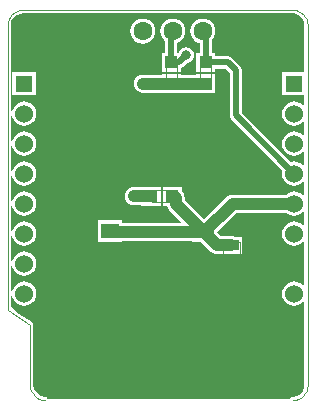
<source format=gtl>
G04*
G04 #@! TF.GenerationSoftware,Altium Limited,Altium Designer,18.1.9 (240)*
G04*
G04 Layer_Physical_Order=1*
G04 Layer_Color=255*
%FSLAX25Y25*%
%MOIN*%
G70*
G01*
G75*
%ADD11C,0.01000*%
%ADD16C,0.00100*%
%ADD17C,0.00394*%
%ADD18R,0.06299X0.05118*%
%ADD19R,0.04331X0.04331*%
%ADD20R,0.05315X0.03740*%
%ADD21R,0.04331X0.04331*%
%ADD30C,0.02400*%
%ADD33C,0.02000*%
%ADD34C,0.04000*%
%ADD35C,0.06000*%
%ADD36R,0.05810X0.05810*%
%ADD37R,0.06299X0.06299*%
%ADD38C,0.06299*%
%ADD39C,0.01600*%
%ADD40C,0.03150*%
G36*
X472874Y356429D02*
X473000Y356429D01*
D01*
X473491Y356369D01*
X474018Y356300D01*
X474967Y355907D01*
X475781Y355281D01*
X476407Y354467D01*
X476800Y353518D01*
X476932Y352513D01*
X476929Y352500D01*
Y336905D01*
X469595D01*
Y329095D01*
X476929D01*
Y325879D01*
X476456Y325718D01*
X476353Y325853D01*
X475517Y326494D01*
X474544Y326897D01*
X473500Y327034D01*
X472456Y326897D01*
X471483Y326494D01*
X470647Y325853D01*
X470006Y325017D01*
X469603Y324044D01*
X469465Y323000D01*
X469603Y321956D01*
X470006Y320983D01*
X470647Y320147D01*
X471483Y319506D01*
X472456Y319103D01*
X473500Y318966D01*
X474544Y319103D01*
X475517Y319506D01*
X476353Y320147D01*
X476456Y320282D01*
X476929Y320121D01*
Y315879D01*
X476456Y315718D01*
X476353Y315853D01*
X475517Y316494D01*
X474544Y316897D01*
X473500Y317035D01*
X472456Y316897D01*
X471483Y316494D01*
X470647Y315853D01*
X470006Y315017D01*
X469603Y314044D01*
X469465Y313000D01*
X469603Y311956D01*
X470006Y310983D01*
X470647Y310147D01*
X471483Y309506D01*
X472456Y309103D01*
X473500Y308965D01*
X474544Y309103D01*
X475517Y309506D01*
X476353Y310147D01*
X476456Y310282D01*
X476929Y310121D01*
Y305879D01*
X476456Y305718D01*
X476353Y305853D01*
X475517Y306494D01*
X474544Y306897D01*
X473500Y307034D01*
X472483Y306901D01*
X456039Y323345D01*
Y337500D01*
X455884Y338280D01*
X455442Y338942D01*
X452899Y341485D01*
X452237Y341927D01*
X451457Y342083D01*
X447165D01*
Y343209D01*
X446039D01*
Y347644D01*
X446625Y348407D01*
X447043Y349417D01*
X447185Y350500D01*
X447043Y351583D01*
X446625Y352593D01*
X445960Y353460D01*
X445093Y354125D01*
X444083Y354543D01*
X443000Y354685D01*
X441917Y354543D01*
X440907Y354125D01*
X440040Y353460D01*
X439375Y352593D01*
X438957Y351583D01*
X438815Y350500D01*
X438957Y349417D01*
X439375Y348407D01*
X440040Y347540D01*
X440907Y346875D01*
X441917Y346457D01*
X441961Y346451D01*
Y343209D01*
X440835D01*
Y336878D01*
X447165D01*
Y338004D01*
X450612D01*
X451961Y336655D01*
Y322500D01*
X452116Y321720D01*
X452558Y321058D01*
X469599Y304017D01*
X469465Y303000D01*
X469603Y301956D01*
X470006Y300983D01*
X470647Y300147D01*
X471483Y299506D01*
X472456Y299103D01*
X473500Y298966D01*
X474544Y299103D01*
X475517Y299506D01*
X476353Y300147D01*
X476456Y300282D01*
X476929Y300121D01*
Y295879D01*
X476456Y295718D01*
X476353Y295853D01*
X475517Y296494D01*
X474544Y296897D01*
X473500Y297035D01*
X472456Y296897D01*
X471483Y296494D01*
X470873Y296026D01*
X453000D01*
X452217Y295923D01*
X451487Y295620D01*
X450860Y295140D01*
X443500Y287779D01*
X437026Y294253D01*
Y295000D01*
X436923Y295783D01*
X436621Y296513D01*
X436140Y297140D01*
X436084Y297195D01*
Y298665D01*
X429753D01*
Y292335D01*
X431062D01*
X431077Y292217D01*
X431380Y291487D01*
X431860Y290860D01*
X435733Y286988D01*
X435542Y286526D01*
X416276D01*
Y287417D01*
X407976D01*
Y280299D01*
X416276D01*
Y280474D01*
X439472D01*
Y280299D01*
X442421D01*
X445711Y277010D01*
X445711Y277010D01*
X446337Y276529D01*
X447067Y276227D01*
X447850Y276124D01*
X452500D01*
X453283Y276227D01*
X453410Y276279D01*
X456157D01*
Y282020D01*
X453410D01*
X453283Y282072D01*
X452500Y282175D01*
X449104D01*
X447779Y283500D01*
X454253Y289974D01*
X470873D01*
X471483Y289506D01*
X472456Y289103D01*
X473500Y288966D01*
X474544Y289103D01*
X475517Y289506D01*
X476353Y290147D01*
X476456Y290282D01*
X476929Y290121D01*
Y285879D01*
X476456Y285718D01*
X476353Y285853D01*
X475517Y286494D01*
X474544Y286897D01*
X473500Y287035D01*
X472456Y286897D01*
X471483Y286494D01*
X470647Y285853D01*
X470006Y285017D01*
X469603Y284044D01*
X469465Y283000D01*
X469603Y281956D01*
X470006Y280983D01*
X470647Y280147D01*
X471483Y279506D01*
X472456Y279103D01*
X473500Y278965D01*
X474544Y279103D01*
X475517Y279506D01*
X476353Y280147D01*
X476456Y280282D01*
X476929Y280121D01*
Y265879D01*
X476456Y265718D01*
X476353Y265853D01*
X475517Y266494D01*
X474544Y266897D01*
X473500Y267035D01*
X472456Y266897D01*
X471483Y266494D01*
X470647Y265853D01*
X470006Y265017D01*
X469603Y264044D01*
X469465Y263000D01*
X469603Y261956D01*
X470006Y260983D01*
X470647Y260147D01*
X471483Y259506D01*
X472456Y259103D01*
X473500Y258965D01*
X474544Y259103D01*
X475517Y259506D01*
X476353Y260147D01*
X476456Y260282D01*
X476929Y260121D01*
Y232500D01*
X476932Y232487D01*
X476800Y231482D01*
X476407Y230533D01*
X475781Y229718D01*
X474967Y229093D01*
X474018Y228700D01*
X473476Y228629D01*
X473000Y228571D01*
X472590Y228489D01*
X472546Y228460D01*
X472243Y228257D01*
X472071Y228000D01*
X391429D01*
X391257Y228257D01*
X390955Y228459D01*
X390910Y228489D01*
X390500Y228571D01*
X390024Y228629D01*
X389482Y228700D01*
X389171Y228829D01*
X386829Y231171D01*
X386700Y231482D01*
X386568Y232487D01*
X386571Y232500D01*
Y252500D01*
X386550Y252604D01*
X386550Y252710D01*
X386509Y252807D01*
X386489Y252910D01*
X386430Y252998D01*
X386389Y253096D01*
X386315Y253170D01*
X386257Y253257D01*
X386169Y253316D01*
X386094Y253391D01*
X381640Y256360D01*
X379071Y258929D01*
Y262169D01*
X379571Y262202D01*
X379603Y261956D01*
X380006Y260983D01*
X380647Y260147D01*
X381483Y259506D01*
X382456Y259103D01*
X383500Y258965D01*
X384544Y259103D01*
X385517Y259506D01*
X386353Y260147D01*
X386994Y260983D01*
X387397Y261956D01*
X387534Y263000D01*
X387397Y264044D01*
X386994Y265017D01*
X386353Y265853D01*
X385517Y266494D01*
X384544Y266897D01*
X383500Y267035D01*
X382456Y266897D01*
X381483Y266494D01*
X380647Y265853D01*
X380006Y265017D01*
X379603Y264044D01*
X379571Y263798D01*
X379071Y263831D01*
Y272169D01*
X379571Y272202D01*
X379603Y271956D01*
X380006Y270983D01*
X380647Y270147D01*
X381483Y269506D01*
X382456Y269103D01*
X383500Y268966D01*
X384544Y269103D01*
X385517Y269506D01*
X386353Y270147D01*
X386994Y270983D01*
X387397Y271956D01*
X387534Y273000D01*
X387397Y274044D01*
X386994Y275017D01*
X386353Y275853D01*
X385517Y276494D01*
X384544Y276897D01*
X383500Y277034D01*
X382456Y276897D01*
X381483Y276494D01*
X380647Y275853D01*
X380006Y275017D01*
X379603Y274044D01*
X379571Y273798D01*
X379071Y273831D01*
Y282169D01*
X379571Y282202D01*
X379603Y281956D01*
X380006Y280983D01*
X380647Y280147D01*
X381483Y279506D01*
X382456Y279103D01*
X383500Y278965D01*
X384544Y279103D01*
X385517Y279506D01*
X386353Y280147D01*
X386994Y280983D01*
X387397Y281956D01*
X387534Y283000D01*
X387397Y284044D01*
X386994Y285017D01*
X386353Y285853D01*
X385517Y286494D01*
X384544Y286897D01*
X383500Y287035D01*
X382456Y286897D01*
X381483Y286494D01*
X380647Y285853D01*
X380006Y285017D01*
X379603Y284044D01*
X379571Y283798D01*
X379071Y283831D01*
Y292169D01*
X379571Y292202D01*
X379603Y291956D01*
X380006Y290983D01*
X380647Y290147D01*
X381483Y289506D01*
X382456Y289103D01*
X383500Y288966D01*
X384544Y289103D01*
X385517Y289506D01*
X386353Y290147D01*
X386994Y290983D01*
X387397Y291956D01*
X387534Y293000D01*
X387397Y294044D01*
X386994Y295017D01*
X386353Y295853D01*
X385517Y296494D01*
X384544Y296897D01*
X383500Y297035D01*
X382456Y296897D01*
X381483Y296494D01*
X380647Y295853D01*
X380006Y295017D01*
X379603Y294044D01*
X379571Y293798D01*
X379071Y293831D01*
Y302169D01*
X379571Y302202D01*
X379603Y301956D01*
X380006Y300983D01*
X380647Y300147D01*
X381483Y299506D01*
X382456Y299103D01*
X383500Y298966D01*
X384544Y299103D01*
X385517Y299506D01*
X386353Y300147D01*
X386994Y300983D01*
X387397Y301956D01*
X387534Y303000D01*
X387397Y304044D01*
X386994Y305017D01*
X386353Y305853D01*
X385517Y306494D01*
X384544Y306897D01*
X383500Y307034D01*
X382456Y306897D01*
X381483Y306494D01*
X380647Y305853D01*
X380006Y305017D01*
X379603Y304044D01*
X379571Y303798D01*
X379071Y303831D01*
Y312169D01*
X379571Y312202D01*
X379603Y311956D01*
X380006Y310983D01*
X380647Y310147D01*
X381483Y309506D01*
X382456Y309103D01*
X383500Y308965D01*
X384544Y309103D01*
X385517Y309506D01*
X386353Y310147D01*
X386994Y310983D01*
X387397Y311956D01*
X387534Y313000D01*
X387397Y314044D01*
X386994Y315017D01*
X386353Y315853D01*
X385517Y316494D01*
X384544Y316897D01*
X383500Y317035D01*
X382456Y316897D01*
X381483Y316494D01*
X380647Y315853D01*
X380006Y315017D01*
X379603Y314044D01*
X379571Y313798D01*
X379071Y313831D01*
Y322169D01*
X379571Y322202D01*
X379603Y321956D01*
X380006Y320983D01*
X380647Y320147D01*
X381483Y319506D01*
X382456Y319103D01*
X383500Y318966D01*
X384544Y319103D01*
X385517Y319506D01*
X386353Y320147D01*
X386994Y320983D01*
X387397Y321956D01*
X387534Y323000D01*
X387397Y324044D01*
X386994Y325017D01*
X386353Y325853D01*
X385517Y326494D01*
X384544Y326897D01*
X383500Y327034D01*
X382456Y326897D01*
X381483Y326494D01*
X380647Y325853D01*
X380006Y325017D01*
X379603Y324044D01*
X379571Y323798D01*
X379071Y323831D01*
Y352500D01*
X379068Y352513D01*
X379200Y353518D01*
X379593Y354467D01*
X380219Y355281D01*
X381033Y355907D01*
X381982Y356300D01*
X382968Y356429D01*
X472874D01*
D02*
G37*
%LPC*%
G36*
X423000Y354685D02*
X421917Y354543D01*
X420907Y354125D01*
X420041Y353460D01*
X419375Y352593D01*
X418957Y351583D01*
X418815Y350500D01*
X418957Y349417D01*
X419375Y348407D01*
X420041Y347540D01*
X420907Y346875D01*
X421917Y346457D01*
X423000Y346315D01*
X424083Y346457D01*
X425093Y346875D01*
X425959Y347540D01*
X426625Y348407D01*
X427043Y349417D01*
X427185Y350500D01*
X427043Y351583D01*
X426625Y352593D01*
X425959Y353460D01*
X425093Y354125D01*
X424083Y354543D01*
X423000Y354685D01*
D02*
G37*
G36*
X433000D02*
X431917Y354543D01*
X430907Y354125D01*
X430041Y353460D01*
X429375Y352593D01*
X428957Y351583D01*
X428815Y350500D01*
X428957Y349417D01*
X429375Y348407D01*
X430041Y347540D01*
X430461Y347218D01*
Y343252D01*
X429335D01*
Y336921D01*
X435665D01*
Y338163D01*
X435867Y338203D01*
X436528Y338645D01*
X437830Y339947D01*
X438172Y339991D01*
X438799Y340251D01*
X439336Y340664D01*
X439749Y341201D01*
X440008Y341828D01*
X440097Y342500D01*
X440008Y343172D01*
X439749Y343798D01*
X439336Y344336D01*
X438799Y344749D01*
X438172Y345008D01*
X437500Y345097D01*
X436828Y345008D01*
X436201Y344749D01*
X435664Y344336D01*
X435251Y343798D01*
X435024Y343252D01*
X434539D01*
Y346646D01*
X435093Y346875D01*
X435959Y347540D01*
X436625Y348407D01*
X437043Y349417D01*
X437185Y350500D01*
X437043Y351583D01*
X436625Y352593D01*
X435959Y353460D01*
X435093Y354125D01*
X434083Y354543D01*
X433000Y354685D01*
D02*
G37*
G36*
X435665Y336165D02*
X429335D01*
Y336026D01*
X423000D01*
X422217Y335923D01*
X421487Y335620D01*
X420860Y335140D01*
X420379Y334513D01*
X420077Y333783D01*
X419974Y333000D01*
X420077Y332217D01*
X420379Y331487D01*
X420860Y330860D01*
X421487Y330380D01*
X422217Y330077D01*
X423000Y329974D01*
X429335D01*
Y329835D01*
X435665D01*
Y329931D01*
X440835D01*
Y329791D01*
X447165D01*
Y336122D01*
X440835D01*
Y335983D01*
X435665D01*
Y336165D01*
D02*
G37*
G36*
X387405Y336905D02*
X379595D01*
Y329095D01*
X387405D01*
Y336905D01*
D02*
G37*
G36*
X428997Y298665D02*
X422667D01*
Y298526D01*
X422500D01*
X422500Y298526D01*
X420077D01*
X419294Y298423D01*
X418564Y298120D01*
X417938Y297640D01*
X417457Y297013D01*
X417154Y296283D01*
X417051Y295500D01*
X417154Y294717D01*
X417457Y293987D01*
X417938Y293360D01*
X418564Y292880D01*
X419294Y292577D01*
X420077Y292474D01*
X422500D01*
X422667Y292335D01*
Y292335D01*
X428997D01*
Y298665D01*
D02*
G37*
%LPD*%
D11*
X471000Y313000D02*
X473500D01*
D16*
X383000Y357500D02*
X382025Y357404D01*
X381087Y357119D01*
X380222Y356657D01*
X379465Y356035D01*
X378843Y355278D01*
X378381Y354413D01*
X378096Y353475D01*
X378000Y352500D01*
X478000D02*
X477904Y353475D01*
X477619Y354413D01*
X477157Y355278D01*
X476536Y356035D01*
X475778Y356657D01*
X474913Y357119D01*
X473976Y357404D01*
X473000Y357500D01*
Y227500D02*
X473976Y227596D01*
X474913Y227881D01*
X475778Y228343D01*
X476536Y228964D01*
X477157Y229722D01*
X477619Y230587D01*
X477904Y231524D01*
X478000Y232500D01*
X385500D02*
X385596Y231524D01*
X385881Y230587D01*
X386343Y229722D01*
X386965Y228964D01*
X387722Y228343D01*
X388587Y227881D01*
X389525Y227596D01*
X390500Y227500D01*
X478000Y232500D02*
Y352500D01*
X378000Y257500D02*
Y352500D01*
X382874Y357500D02*
X472874D01*
X378000Y257500D02*
X385500Y252500D01*
Y232500D02*
Y252500D01*
D17*
X426029Y293630D02*
X432722D01*
X426029Y297370D02*
X432722D01*
Y293630D02*
Y297370D01*
X426029Y293630D02*
Y297370D01*
X449646Y280331D02*
X455354D01*
X449646Y271669D02*
X455354D01*
Y280331D01*
X449646Y271669D02*
Y280331D01*
X445870Y333154D02*
Y339846D01*
X442130Y333154D02*
Y339846D01*
X445870D01*
X442130Y333154D02*
X445870D01*
X434370Y333197D02*
Y339890D01*
X430630Y333197D02*
Y339890D01*
X434370D01*
X430630Y333197D02*
X434370D01*
D18*
X412126Y266142D02*
D03*
Y283858D02*
D03*
X443622Y266142D02*
D03*
Y283858D02*
D03*
D19*
X432919Y295500D02*
D03*
X425832D02*
D03*
D20*
X452500Y279150D02*
D03*
Y272850D02*
D03*
D21*
X444000Y340043D02*
D03*
Y332957D02*
D03*
X432500Y340087D02*
D03*
Y333000D02*
D03*
D30*
X420500Y295500D02*
D03*
X423000Y333000D02*
D03*
D33*
X432500Y340087D02*
X435087D01*
X454000Y322500D02*
X473500Y303000D01*
X444000Y340043D02*
X451457D01*
X454000Y337500D01*
Y322500D02*
Y337500D01*
X435087Y340087D02*
X437500Y342500D01*
X443000Y350500D02*
X444000Y349500D01*
Y340043D02*
Y349500D01*
X432500Y350000D02*
X433000Y350500D01*
X432500Y340087D02*
Y350000D01*
D34*
X420500Y295500D02*
X422500D01*
X420077D02*
X420500D01*
X422500D02*
X422500Y295500D01*
X425832D01*
X443500Y283500D02*
X453000Y293000D01*
X434000D02*
X443500Y283500D01*
X411858D02*
X443500D01*
X433500Y295500D02*
X434000Y295000D01*
Y293000D02*
Y295000D01*
X423000Y333000D02*
X432500D01*
X443500Y283500D02*
X447850Y279150D01*
X452500D01*
X453000Y293000D02*
X473500D01*
X432500Y333000D02*
X432543Y332957D01*
X444000D01*
D35*
X383500Y263000D02*
D03*
Y273000D02*
D03*
Y283000D02*
D03*
Y293000D02*
D03*
Y303000D02*
D03*
Y313000D02*
D03*
Y323000D02*
D03*
X473500Y263000D02*
D03*
Y273000D02*
D03*
Y283000D02*
D03*
Y293000D02*
D03*
Y303000D02*
D03*
Y313000D02*
D03*
Y323000D02*
D03*
D36*
X383500Y333000D02*
D03*
X473500D02*
D03*
D37*
X413000Y350500D02*
D03*
D38*
X423000D02*
D03*
X433000D02*
D03*
X443000D02*
D03*
D39*
X475000Y255000D02*
D03*
Y235000D02*
D03*
X465000Y355000D02*
D03*
X470000Y345000D02*
D03*
X465000Y335000D02*
D03*
Y275000D02*
D03*
Y255000D02*
D03*
X470000Y245000D02*
D03*
X465000Y235000D02*
D03*
X455000Y355000D02*
D03*
X460000Y345000D02*
D03*
X455000Y315000D02*
D03*
X460000Y305000D02*
D03*
Y285000D02*
D03*
Y265000D02*
D03*
X455000Y255000D02*
D03*
Y235000D02*
D03*
X450000Y345000D02*
D03*
Y325000D02*
D03*
X445000Y315000D02*
D03*
X450000Y305000D02*
D03*
X445000Y295000D02*
D03*
Y275000D02*
D03*
X450000Y265000D02*
D03*
X445000Y255000D02*
D03*
Y235000D02*
D03*
X440000Y325000D02*
D03*
X435000Y315000D02*
D03*
X440000Y305000D02*
D03*
X435000Y275000D02*
D03*
Y255000D02*
D03*
Y235000D02*
D03*
X430000Y325000D02*
D03*
X425000Y315000D02*
D03*
X430000Y305000D02*
D03*
X425000Y275000D02*
D03*
X430000Y265000D02*
D03*
X425000Y255000D02*
D03*
X415000Y335000D02*
D03*
Y315000D02*
D03*
Y295000D02*
D03*
X420000Y265000D02*
D03*
X415000Y255000D02*
D03*
Y235000D02*
D03*
X405000Y355000D02*
D03*
X410000Y345000D02*
D03*
X405000Y335000D02*
D03*
X410000Y325000D02*
D03*
X405000Y315000D02*
D03*
X410000Y305000D02*
D03*
X405000Y295000D02*
D03*
Y275000D02*
D03*
Y255000D02*
D03*
Y235000D02*
D03*
X395000Y355000D02*
D03*
X400000Y345000D02*
D03*
X395000Y335000D02*
D03*
X400000Y325000D02*
D03*
X395000Y315000D02*
D03*
X400000Y305000D02*
D03*
X395000Y295000D02*
D03*
X400000Y285000D02*
D03*
X395000Y275000D02*
D03*
Y255000D02*
D03*
Y235000D02*
D03*
X385000Y355000D02*
D03*
X390000Y345000D02*
D03*
Y325000D02*
D03*
Y305000D02*
D03*
Y285000D02*
D03*
Y245000D02*
D03*
D40*
X437500Y342500D02*
D03*
M02*

</source>
